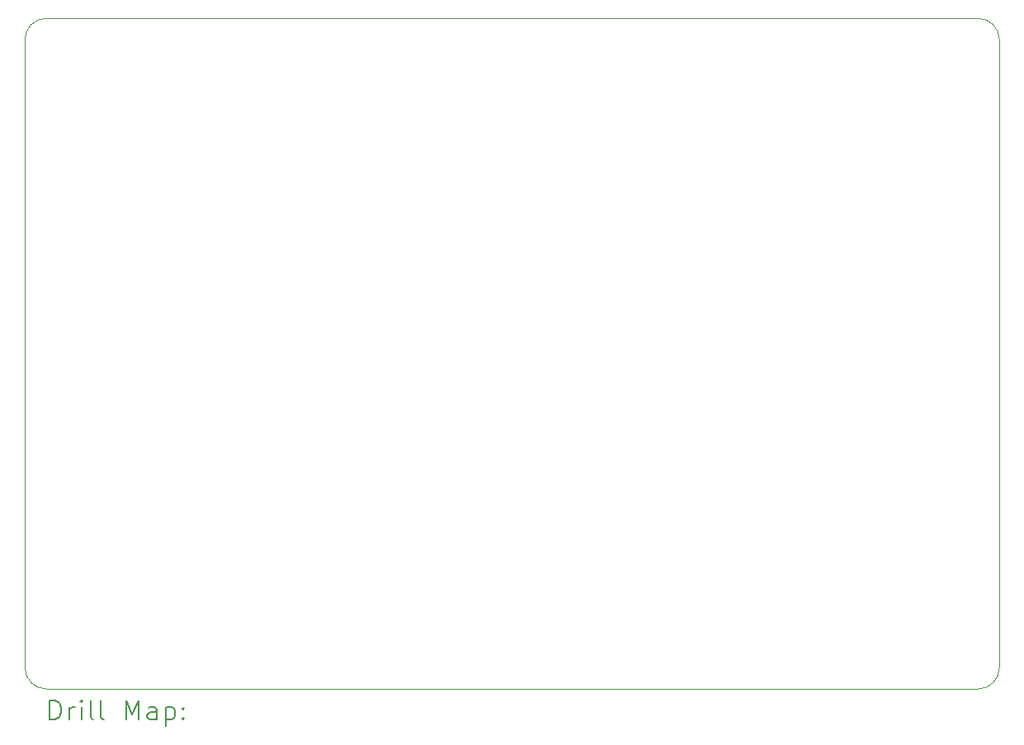
<source format=gbr>
%TF.GenerationSoftware,KiCad,Pcbnew,7.0.3*%
%TF.CreationDate,2023-06-29T20:26:01+01:00*%
%TF.ProjectId,MinFox,4d696e46-6f78-42e6-9b69-6361645f7063,rev?*%
%TF.SameCoordinates,Original*%
%TF.FileFunction,Drillmap*%
%TF.FilePolarity,Positive*%
%FSLAX45Y45*%
G04 Gerber Fmt 4.5, Leading zero omitted, Abs format (unit mm)*
G04 Created by KiCad (PCBNEW 7.0.3) date 2023-06-29 20:26:01*
%MOMM*%
%LPD*%
G01*
G04 APERTURE LIST*
%ADD10C,0.100000*%
%ADD11C,0.200000*%
G04 APERTURE END LIST*
D10*
X6230000Y-2800000D02*
X15790000Y-2800000D01*
X6010000Y-9462500D02*
X6010000Y-3020000D01*
X15790000Y-9682500D02*
X6230000Y-9682500D01*
X16010000Y-3020000D02*
X16010000Y-9462500D01*
X6010000Y-9462500D02*
G75*
G03*
X6230000Y-9682500I220000J0D01*
G01*
X6230000Y-2800000D02*
G75*
G03*
X6010000Y-3020000I0J-220000D01*
G01*
X16010000Y-3020000D02*
G75*
G03*
X15790000Y-2800000I-220000J0D01*
G01*
X15790000Y-9682500D02*
G75*
G03*
X16010000Y-9462500I0J220000D01*
G01*
D11*
X6265777Y-9998984D02*
X6265777Y-9798984D01*
X6265777Y-9798984D02*
X6313396Y-9798984D01*
X6313396Y-9798984D02*
X6341967Y-9808508D01*
X6341967Y-9808508D02*
X6361015Y-9827555D01*
X6361015Y-9827555D02*
X6370539Y-9846603D01*
X6370539Y-9846603D02*
X6380062Y-9884698D01*
X6380062Y-9884698D02*
X6380062Y-9913270D01*
X6380062Y-9913270D02*
X6370539Y-9951365D01*
X6370539Y-9951365D02*
X6361015Y-9970412D01*
X6361015Y-9970412D02*
X6341967Y-9989460D01*
X6341967Y-9989460D02*
X6313396Y-9998984D01*
X6313396Y-9998984D02*
X6265777Y-9998984D01*
X6465777Y-9998984D02*
X6465777Y-9865650D01*
X6465777Y-9903746D02*
X6475301Y-9884698D01*
X6475301Y-9884698D02*
X6484824Y-9875174D01*
X6484824Y-9875174D02*
X6503872Y-9865650D01*
X6503872Y-9865650D02*
X6522920Y-9865650D01*
X6589586Y-9998984D02*
X6589586Y-9865650D01*
X6589586Y-9798984D02*
X6580062Y-9808508D01*
X6580062Y-9808508D02*
X6589586Y-9818031D01*
X6589586Y-9818031D02*
X6599110Y-9808508D01*
X6599110Y-9808508D02*
X6589586Y-9798984D01*
X6589586Y-9798984D02*
X6589586Y-9818031D01*
X6713396Y-9998984D02*
X6694348Y-9989460D01*
X6694348Y-9989460D02*
X6684824Y-9970412D01*
X6684824Y-9970412D02*
X6684824Y-9798984D01*
X6818158Y-9998984D02*
X6799110Y-9989460D01*
X6799110Y-9989460D02*
X6789586Y-9970412D01*
X6789586Y-9970412D02*
X6789586Y-9798984D01*
X7046729Y-9998984D02*
X7046729Y-9798984D01*
X7046729Y-9798984D02*
X7113396Y-9941841D01*
X7113396Y-9941841D02*
X7180062Y-9798984D01*
X7180062Y-9798984D02*
X7180062Y-9998984D01*
X7361015Y-9998984D02*
X7361015Y-9894222D01*
X7361015Y-9894222D02*
X7351491Y-9875174D01*
X7351491Y-9875174D02*
X7332443Y-9865650D01*
X7332443Y-9865650D02*
X7294348Y-9865650D01*
X7294348Y-9865650D02*
X7275301Y-9875174D01*
X7361015Y-9989460D02*
X7341967Y-9998984D01*
X7341967Y-9998984D02*
X7294348Y-9998984D01*
X7294348Y-9998984D02*
X7275301Y-9989460D01*
X7275301Y-9989460D02*
X7265777Y-9970412D01*
X7265777Y-9970412D02*
X7265777Y-9951365D01*
X7265777Y-9951365D02*
X7275301Y-9932317D01*
X7275301Y-9932317D02*
X7294348Y-9922793D01*
X7294348Y-9922793D02*
X7341967Y-9922793D01*
X7341967Y-9922793D02*
X7361015Y-9913270D01*
X7456253Y-9865650D02*
X7456253Y-10065650D01*
X7456253Y-9875174D02*
X7475301Y-9865650D01*
X7475301Y-9865650D02*
X7513396Y-9865650D01*
X7513396Y-9865650D02*
X7532443Y-9875174D01*
X7532443Y-9875174D02*
X7541967Y-9884698D01*
X7541967Y-9884698D02*
X7551491Y-9903746D01*
X7551491Y-9903746D02*
X7551491Y-9960889D01*
X7551491Y-9960889D02*
X7541967Y-9979936D01*
X7541967Y-9979936D02*
X7532443Y-9989460D01*
X7532443Y-9989460D02*
X7513396Y-9998984D01*
X7513396Y-9998984D02*
X7475301Y-9998984D01*
X7475301Y-9998984D02*
X7456253Y-9989460D01*
X7637205Y-9979936D02*
X7646729Y-9989460D01*
X7646729Y-9989460D02*
X7637205Y-9998984D01*
X7637205Y-9998984D02*
X7627682Y-9989460D01*
X7627682Y-9989460D02*
X7637205Y-9979936D01*
X7637205Y-9979936D02*
X7637205Y-9998984D01*
X7637205Y-9875174D02*
X7646729Y-9884698D01*
X7646729Y-9884698D02*
X7637205Y-9894222D01*
X7637205Y-9894222D02*
X7627682Y-9884698D01*
X7627682Y-9884698D02*
X7637205Y-9875174D01*
X7637205Y-9875174D02*
X7637205Y-9894222D01*
M02*

</source>
